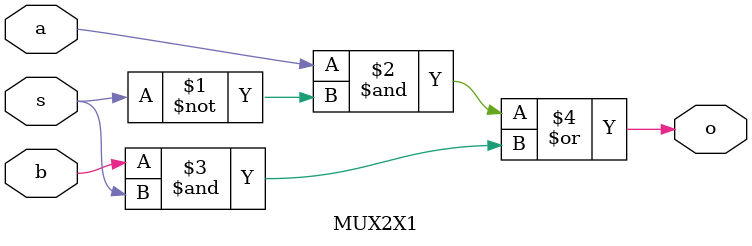
<source format=v>
`timescale 1ns / 1ps
module MUX2X1(a,b,o,s);
input a,b,s;
output o;
assign o=a&(~s)|b&s;
endmodule

</source>
